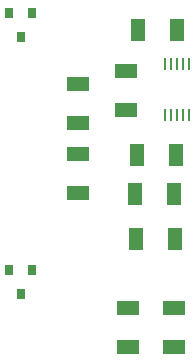
<source format=gbr>
G04 #@! TF.GenerationSoftware,KiCad,Pcbnew,(5.1.5-0-10_14)*
G04 #@! TF.CreationDate,2020-12-02T11:51:34+01:00*
G04 #@! TF.ProjectId,smartcitizen-adc-4-ch,736d6172-7463-4697-9469-7a656e2d6164,rev?*
G04 #@! TF.SameCoordinates,Original*
G04 #@! TF.FileFunction,Paste,Bot*
G04 #@! TF.FilePolarity,Positive*
%FSLAX46Y46*%
G04 Gerber Fmt 4.6, Leading zero omitted, Abs format (unit mm)*
G04 Created by KiCad (PCBNEW (5.1.5-0-10_14)) date 2020-12-02 11:51:34*
%MOMM*%
%LPD*%
G04 APERTURE LIST*
%ADD10R,1.905000X1.270000*%
%ADD11R,1.270000X1.905000*%
%ADD12R,0.250000X1.100000*%
%ADD13R,0.787400X0.889000*%
G04 APERTURE END LIST*
D10*
X154076400Y-83540600D03*
X154076400Y-86842600D03*
D11*
X158191200Y-93929200D03*
X154889200Y-93929200D03*
X155067000Y-80010000D03*
X158369000Y-80010000D03*
D12*
X157394400Y-87189200D03*
X157894400Y-87189200D03*
X158394400Y-87189200D03*
X158894400Y-87189200D03*
X159394400Y-87189200D03*
X159394400Y-82889200D03*
X158894400Y-82889200D03*
X158394400Y-82889200D03*
X157894400Y-82889200D03*
X157394400Y-82889200D03*
D10*
X150012400Y-84607400D03*
X150012400Y-87909400D03*
X150012400Y-93853000D03*
X150012400Y-90551000D03*
X154279600Y-103555800D03*
X154279600Y-106857800D03*
X158140400Y-106857800D03*
X158140400Y-103555800D03*
D11*
X158216600Y-97688400D03*
X154914600Y-97688400D03*
X155016200Y-90576400D03*
X158318200Y-90576400D03*
D13*
X145174600Y-80666000D03*
X146139800Y-78634000D03*
X144209400Y-78634000D03*
X144209400Y-100384000D03*
X146139800Y-100384000D03*
X145174600Y-102416000D03*
M02*

</source>
